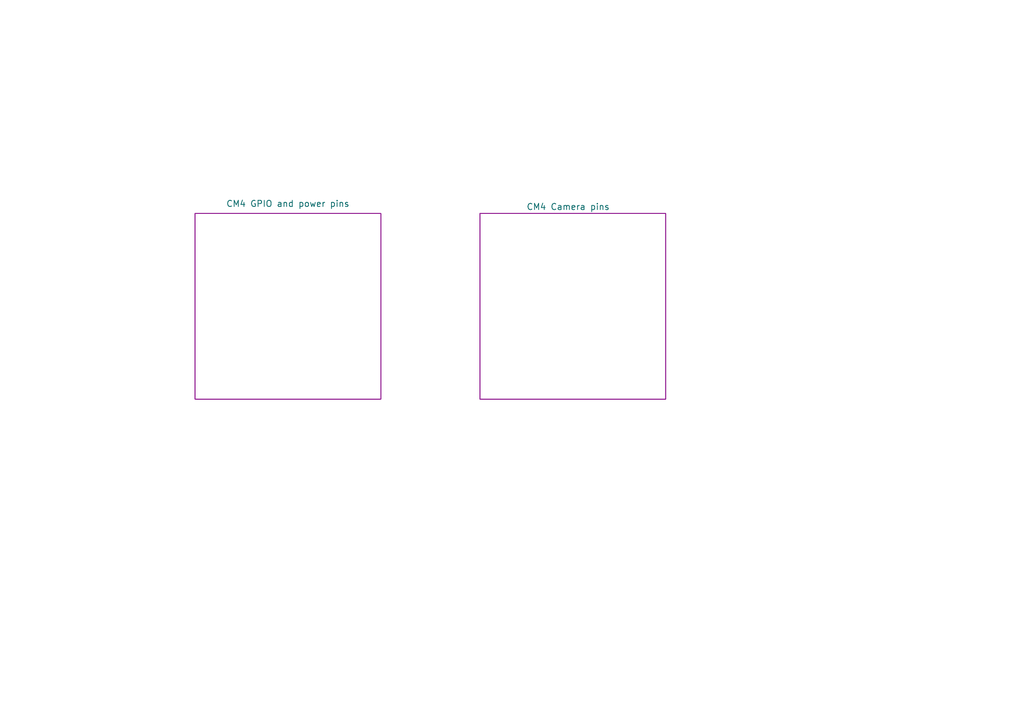
<source format=kicad_sch>
(kicad_sch (version 20230121) (generator eeschema)
  (paper "A5")
  (title_block (title "Raspberry Pi Compute Module 4 Carrier Board v1") (date "2023-06-21") (rev "v01") (comment 2 "creativecommons.org/licenses/by-sa/4.0/") (comment 3 "License: CC BY 4.0") (comment 4 "Author: Iiro Karppanen"))
  (lib_symbols)
  (sheet (at 98.425 43.815) (size 38.1 38.1) (stroke (width 0) (color 132 0 132 1)) (fill (color 255 255 255 0.0000))
    (property "Sheetname" "CM4 Camera pins" (at 107.95 43.18 0) (effects (justify left bottom)))
    (property "Sheetfile" "cm4-high-speed.kicad_sch" (effects hide))
  )
  (sheet (at 40.005 43.815) (size 38.1 38.1) (stroke (width 0) (color 132 0 132 1)) (fill (color 255 255 255 0.0000))
    (property "Sheetname" "CM4 GPIO and power pins" (at 46.355 42.545 0) (effects (justify left bottom)))
    (property "Sheetfile" "cm4-gpio.kicad_sch" (effects hide))
  )
)
</source>
